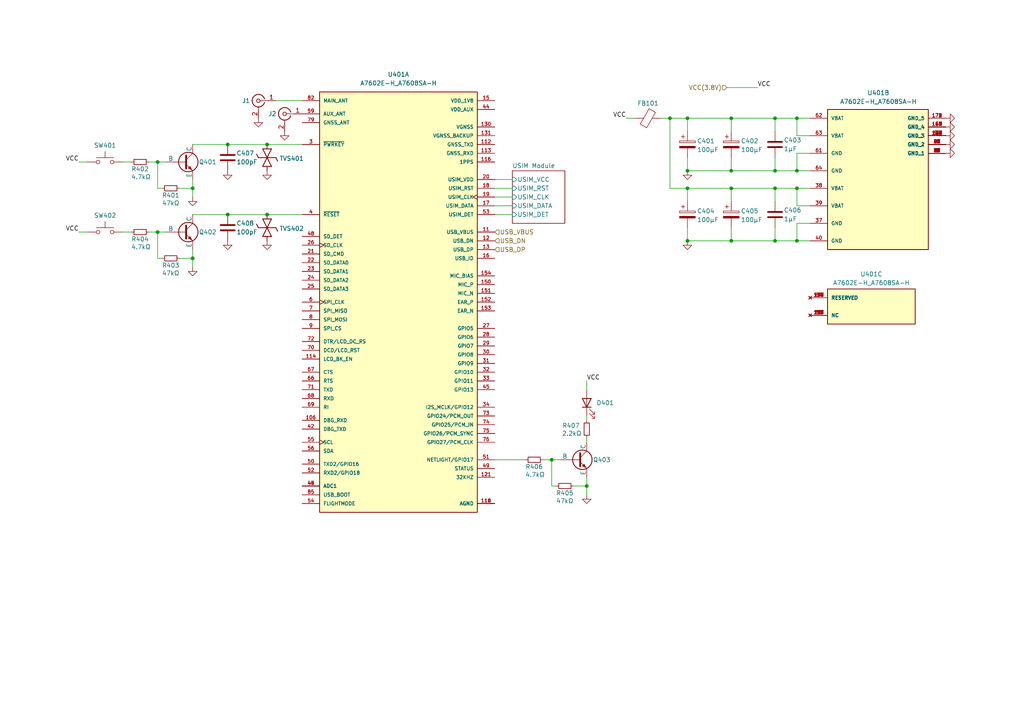
<source format=kicad_sch>
(kicad_sch (version 20231120) (generator "eeschema") (generator_version "8.0")
  (paper "A4")
  (junction (at 170.18 140.97))
  (junction (at 199.39 49.53))
  (junction (at 194.31 34.29))
  (junction (at 231.14 49.53))
  (junction (at 231.14 54.61))
  (junction (at 199.39 54.61))
  (junction (at 212.09 69.85))
  (junction (at 66.04 62.23))
  (junction (at 77.47 62.23))
  (junction (at 45.72 46.99))
  (junction (at 212.09 34.29))
  (junction (at 45.72 67.31))
  (junction (at 224.79 34.29))
  (junction (at 224.79 54.61))
  (junction (at 231.14 34.29))
  (junction (at 199.39 34.29))
  (junction (at 199.39 69.85))
  (junction (at 55.88 74.93))
  (junction (at 77.47 41.91))
  (junction (at 160.02 133.35))
  (junction (at 224.79 69.85))
  (junction (at 66.04 41.91))
  (junction (at 212.09 54.61))
  (junction (at 231.14 69.85))
  (junction (at 55.88 54.61))
  (junction (at 212.09 49.53))
  (junction (at 224.79 49.53))
  (wire (pts (xy 170.18 127) (xy 170.18 128.27)))
  (wire (pts (xy 166.37 140.97) (xy 170.18 140.97)))
  (wire (pts (xy 143.51 62.23) (xy 148.59 62.23)))
  (wire (pts (xy 234.95 64.77) (xy 231.14 64.77)))
  (wire (pts (xy 194.31 54.61) (xy 194.31 34.29)))
  (wire (pts (xy 212.09 34.29) (xy 224.79 34.29)))
  (wire (pts (xy 210.82 25.4) (xy 219.71 25.4)))
  (wire (pts (xy 191.77 34.29) (xy 194.31 34.29)))
  (wire (pts (xy 212.09 45.72) (xy 212.09 49.53)))
  (wire (pts (xy 45.72 74.93) (xy 46.99 74.93)))
  (wire (pts (xy 22.86 46.99) (xy 25.4 46.99)))
  (wire (pts (xy 45.72 67.31) (xy 45.72 74.93)))
  (wire (pts (xy 224.79 45.72) (xy 224.79 49.53)))
  (wire (pts (xy 231.14 64.77) (xy 231.14 69.85)))
  (wire (pts (xy 35.56 46.99) (xy 38.1 46.99)))
  (wire (pts (xy 234.95 34.29) (xy 231.14 34.29)))
  (wire (pts (xy 212.09 54.61) (xy 212.09 58.42)))
  (wire (pts (xy 224.79 34.29) (xy 231.14 34.29)))
  (wire (pts (xy 80.01 29.21) (xy 87.63 29.21)))
  (wire (pts (xy 43.18 46.99) (xy 45.72 46.99)))
  (wire (pts (xy 199.39 66.04) (xy 199.39 69.85)))
  (wire (pts (xy 55.88 54.61) (xy 55.88 57.15)))
  (wire (pts (xy 143.51 59.69) (xy 148.59 59.69)))
  (wire (pts (xy 52.07 74.93) (xy 55.88 74.93)))
  (wire (pts (xy 55.88 52.07) (xy 55.88 54.61)))
  (wire (pts (xy 231.14 59.69) (xy 234.95 59.69)))
  (wire (pts (xy 224.79 54.61) (xy 224.79 58.42)))
  (wire (pts (xy 45.72 67.31) (xy 48.26 67.31)))
  (wire (pts (xy 194.31 34.29) (xy 199.39 34.29)))
  (wire (pts (xy 143.51 57.15) (xy 148.59 57.15)))
  (wire (pts (xy 170.18 140.97) (xy 170.18 143.51)))
  (wire (pts (xy 234.95 54.61) (xy 231.14 54.61)))
  (wire (pts (xy 77.47 41.91) (xy 87.63 41.91)))
  (wire (pts (xy 160.02 140.97) (xy 161.29 140.97)))
  (wire (pts (xy 199.39 45.72) (xy 199.39 49.53)))
  (wire (pts (xy 199.39 49.53) (xy 212.09 49.53)))
  (wire (pts (xy 199.39 54.61) (xy 199.39 58.42)))
  (wire (pts (xy 170.18 120.65) (xy 170.18 121.92)))
  (wire (pts (xy 212.09 34.29) (xy 212.09 38.1)))
  (wire (pts (xy 22.86 67.31) (xy 25.4 67.31)))
  (wire (pts (xy 231.14 54.61) (xy 231.14 59.69)))
  (wire (pts (xy 199.39 34.29) (xy 199.39 38.1)))
  (wire (pts (xy 231.14 69.85) (xy 234.95 69.85)))
  (wire (pts (xy 77.47 62.23) (xy 87.63 62.23)))
  (wire (pts (xy 43.18 67.31) (xy 45.72 67.31)))
  (wire (pts (xy 45.72 46.99) (xy 48.26 46.99)))
  (wire (pts (xy 199.39 69.85) (xy 212.09 69.85)))
  (wire (pts (xy 52.07 54.61) (xy 55.88 54.61)))
  (wire (pts (xy 66.04 62.23) (xy 77.47 62.23)))
  (wire (pts (xy 231.14 34.29) (xy 231.14 39.37)))
  (wire (pts (xy 170.18 110.49) (xy 170.18 113.03)))
  (wire (pts (xy 224.79 34.29) (xy 224.79 38.1)))
  (wire (pts (xy 55.88 62.23) (xy 66.04 62.23)))
  (wire (pts (xy 231.14 39.37) (xy 234.95 39.37)))
  (wire (pts (xy 157.48 133.35) (xy 160.02 133.35)))
  (wire (pts (xy 224.79 69.85) (xy 231.14 69.85)))
  (wire (pts (xy 66.04 41.91) (xy 77.47 41.91)))
  (wire (pts (xy 212.09 49.53) (xy 224.79 49.53)))
  (wire (pts (xy 143.51 54.61) (xy 148.59 54.61)))
  (wire (pts (xy 199.39 54.61) (xy 212.09 54.61)))
  (wire (pts (xy 231.14 49.53) (xy 234.95 49.53)))
  (wire (pts (xy 194.31 54.61) (xy 199.39 54.61)))
  (wire (pts (xy 224.79 66.04) (xy 224.79 69.85)))
  (wire (pts (xy 160.02 133.35) (xy 162.56 133.35)))
  (wire (pts (xy 35.56 67.31) (xy 38.1 67.31)))
  (wire (pts (xy 234.95 44.45) (xy 231.14 44.45)))
  (wire (pts (xy 45.72 54.61) (xy 46.99 54.61)))
  (wire (pts (xy 181.61 34.29) (xy 184.15 34.29)))
  (wire (pts (xy 143.51 133.35) (xy 152.4 133.35)))
  (wire (pts (xy 55.88 72.39) (xy 55.88 74.93)))
  (wire (pts (xy 224.79 54.61) (xy 231.14 54.61)))
  (wire (pts (xy 45.72 46.99) (xy 45.72 54.61)))
  (wire (pts (xy 212.09 54.61) (xy 224.79 54.61)))
  (wire (pts (xy 231.14 44.45) (xy 231.14 49.53)))
  (wire (pts (xy 170.18 138.43) (xy 170.18 140.97)))
  (wire (pts (xy 212.09 66.04) (xy 212.09 69.85)))
  (wire (pts (xy 143.51 52.07) (xy 148.59 52.07)))
  (wire (pts (xy 224.79 49.53) (xy 231.14 49.53)))
  (wire (pts (xy 55.88 74.93) (xy 55.88 77.47)))
  (wire (pts (xy 212.09 69.85) (xy 224.79 69.85)))
  (wire (pts (xy 160.02 133.35) (xy 160.02 140.97)))
  (wire (pts (xy 199.39 34.29) (xy 212.09 34.29)))
  (wire (pts (xy 55.88 41.91) (xy 66.04 41.91)))
  (label "VCC" (at 170.18 110.49 0))
  (label "VCC" (at 219.71 25.4 0))
  (label "VCC" (at 181.61 34.29 180))
  (label "VCC" (at 22.86 46.99 180))
  (label "VCC" (at 22.86 67.31 180))
  (hierarchical_label "USB_DP" (shape input) (at 143.51 72.39 0))
  (hierarchical_label "VCC(3.8V)" (shape input) (at 210.82 25.4 180))
  (hierarchical_label "USB_VBUS" (shape input) (at 143.51 67.31 0))
  (hierarchical_label "USB_DN" (shape input) (at 143.51 69.85 0))
  (symbol (lib_id "Device:C_Polarized") (at 212.09 41.91 0) (unit 1)
    (property "Reference" "C402" (at 214.884 40.894 0) (effects (justify left)))
    (property "Value" "100μF" (at 214.884 43.434 0) (effects (justify left)))
    (property "Description" "Polarized capacitor" (effects (hide yes)))
  )
  (symbol (lib_id "power:GND") (at 77.47 49.53 0) (unit 1)
    (property "Reference" "#PWR034" (effects (hide yes)))
    (property "Value" "GND" (effects (hide yes)))
    (property "Description" "Power symbol creates a global label with name \"GND\" , ground" (effects (hide yes)))
  )
  (symbol (lib_id "Switch:SW_Push") (at 30.48 46.99 0) (unit 1)
    (property "Reference" "SW401" (at 30.48 42.164 0))
    (property "Value" "SW_Push" (effects (hide yes)))
    (property "Description" "Push button switch, generic, two pins" (effects (hide yes)))
  )
  (symbol (lib_id "Device:R_Small") (at 154.94 133.35 90) (unit 1)
    (property "Reference" "R406" (at 154.94 135.382 90))
    (property "Value" "4.7kΩ" (at 155.194 137.668 90))
    (property "Description" "Resistor, small symbol" (effects (hide yes)))
  )
  (symbol (lib_id "power:GND") (at 82.55 38.1 0) (unit 1)
    (property "Reference" "#PWR018" (effects (hide yes)))
    (property "Value" "GND" (effects (hide yes)))
    (property "Description" "Power symbol creates a global label with name \"GND\" , ground" (effects (hide yes)))
  )
  (symbol (lib_id "power:GND") (at 55.88 77.47 0) (unit 1)
    (property "Reference" "#PWR036" (effects (hide yes)))
    (property "Value" "GND" (effects (hide yes)))
    (property "Description" "Power symbol creates a global label with name \"GND\" , ground" (effects (hide yes)))
  )
  (symbol (lib_id "power:GND") (at 74.93 34.29 0) (unit 1)
    (property "Reference" "#PWR017" (effects (hide yes)))
    (property "Value" "GND" (effects (hide yes)))
    (property "Description" "Power symbol creates a global label with name \"GND\" , ground" (effects (hide yes)))
  )
  (symbol (lib_id "Device:R_Small") (at 40.64 67.31 90) (unit 1)
    (property "Reference" "R404" (at 40.64 69.342 90))
    (property "Value" "4.7kΩ" (at 40.894 71.628 90))
    (property "Description" "Resistor, small symbol" (effects (hide yes)))
  )
  (symbol (lib_id "Device:LED") (at 170.18 116.84 90) (unit 1)
    (property "Reference" "D401" (at 172.974 116.84 90) (effects (justify right)))
    (property "Value" "LED" (effects (hide yes)))
    (property "Description" "Light emitting diode" (effects (hide yes)))
  )
  (symbol (lib_id "Simulation_SPICE:NPN") (at 167.64 133.35 0) (unit 1)
    (property "Reference" "Q403" (at 171.958 133.35 0) (effects (justify left)))
    (property "Value" "NPN" (effects (hide yes)))
    (property "Datasheet" "https://ngspice.sourceforge.io/docs/ngspice-html-manual/manual.xhtml#cha_BJTs" (effects (hide yes)))
    (property "Description" "Bipolar transistor symbol for simulation only, substrate tied to the emitter" (effects (hide yes)))
    (property "Sim.Device" "NPN" (effects (hide yes)))
    (property "Sim.Type" "GUMMELPOON" (effects (hide yes)))
    (property "Sim.Pins" "1=C 2=B 3=E" (effects (hide yes)))
  )
  (symbol (lib_id "Device:C_Polarized") (at 199.39 41.91 0) (unit 1)
    (property "Reference" "C401" (at 202.184 40.894 0) (effects (justify left)))
    (property "Value" "100μF" (at 202.184 43.434 0) (effects (justify left)))
    (property "Description" "Polarized capacitor" (effects (hide yes)))
  )
  (symbol (lib_id "power:GND") (at 55.88 57.15 0) (unit 1)
    (property "Reference" "#PWR030" (effects (hide yes)))
    (property "Value" "GND" (effects (hide yes)))
    (property "Description" "Power symbol creates a global label with name \"GND\" , ground" (effects (hide yes)))
  )
  (symbol (lib_id "Device:R_Small") (at 40.64 46.99 90) (unit 1)
    (property "Reference" "R402" (at 40.64 49.022 90))
    (property "Value" "4.7kΩ" (at 40.894 51.308 90))
    (property "Description" "Resistor, small symbol" (effects (hide yes)))
  )
  (symbol (lib_id "power:GND") (at 274.32 41.91 90) (unit 1)
    (property "Reference" "#PWR012" (effects (hide yes)))
    (property "Value" "GND" (effects (hide yes)))
    (property "Description" "Power symbol creates a global label with name \"GND\" , ground" (effects (hide yes)))
  )
  (symbol (lib_name "A7602E-H_A7608SA-H_2") (lib_id "A7602E-H_A7608SA-H:A7602E-H_A7608SA-H") (at 115.57 87.63 0) (unit 1)
    (property "Reference" "U401" (at 115.57 21.59 0))
    (property "Value" "A7602E-H_A7608SA-H" (at 115.57 24.13 0))
    (property "Footprint" "A7602E-H_A7608SA-H:XCVR_A7602E-H_A7608SA-H" (effects (hide yes)))
    (property "MF" "SIMCom" (effects (hide yes)))
    (property "MAXIMUM_PACKAGE_HEIGHT" "2.7mm" (effects (hide yes)))
    (property "Package" "Package" (effects (hide yes)))
    (property "Price" "None" (effects (hide yes)))
    (property "Check_prices" "https://www.snapeda.com/parts/A7602E-H&A7608SA-H/SIMCom/view-part/?ref=eda" (effects (hide yes)))
    (property "STANDARD" "Manufacturer Recommendations" (effects (hide yes)))
    (property "PARTREV" "1.00" (effects (hide yes)))
    (property "SnapEDA_Link" "https://www.snapeda.com/parts/A7602E-H&A7608SA-H/SIMCom/view-part/?ref=snap" (effects (hide yes)))
    (property "MP" "A7602E-H&amp;A7608SA-H" (effects (hide yes)))
    (property "Description_1" "\nLTE Cat 4 module\n" (effects (hide yes)))
    (property "MANUFACTURER" "SIMCom" (effects (hide yes)))
    (property "Availability" "Not in stock" (effects (hide yes)))
    (property "SNAPEDA_PN" "A7602E-H&A7608SA-H" (effects (hide yes)))
  )
  (symbol (lib_id "A7602E-H_A7608SA-H:A7602E-H_A7608SA-H") (at 252.73 88.9 0) (unit 3)
    (property "Reference" "U401" (at 252.73 79.502 0))
    (property "Value" "A7602E-H_A7608SA-H" (at 252.73 82.042 0))
    (property "Footprint" "A7602E-H_A7608SA-H:XCVR_A7602E-H_A7608SA-H" (effects (hide yes)))
    (property "MF" "SIMCom" (effects (hide yes)))
    (property "MAXIMUM_PACKAGE_HEIGHT" "2.7mm" (effects (hide yes)))
    (property "Package" "Package" (effects (hide yes)))
    (property "Price" "None" (effects (hide yes)))
    (property "Check_prices" "https://www.snapeda.com/parts/A7602E-H&A7608SA-H/SIMCom/view-part/?ref=eda" (effects (hide yes)))
    (property "STANDARD" "Manufacturer Recommendations" (effects (hide yes)))
    (property "PARTREV" "1.00" (effects (hide yes)))
    (property "SnapEDA_Link" "https://www.snapeda.com/parts/A7602E-H&A7608SA-H/SIMCom/view-part/?ref=snap" (effects (hide yes)))
    (property "MP" "A7602E-H&amp;A7608SA-H" (effects (hide yes)))
    (property "Description_1" "\nLTE Cat 4 module\n" (effects (hide yes)))
    (property "MANUFACTURER" "SIMCom" (effects (hide yes)))
    (property "Availability" "Not in stock" (effects (hide yes)))
    (property "SNAPEDA_PN" "A7602E-H&A7608SA-H" (effects (hide yes)))
  )
  (symbol (lib_id "power:GND") (at 66.04 69.85 0) (unit 1)
    (property "Reference" "#PWR037" (effects (hide yes)))
    (property "Value" "GND" (effects (hide yes)))
    (property "Description" "Power symbol creates a global label with name \"GND\" , ground" (effects (hide yes)))
  )
  (symbol (lib_id "Device:R_Small") (at 49.53 74.93 90) (unit 1)
    (property "Reference" "R403" (at 49.53 76.962 90))
    (property "Value" "47kΩ" (at 49.53 79.248 90))
    (property "Description" "Resistor, small symbol" (effects (hide yes)))
  )
  (symbol (lib_id "power:GND") (at 274.32 44.45 90) (unit 1)
    (property "Reference" "#PWR013" (effects (hide yes)))
    (property "Value" "GND" (effects (hide yes)))
    (property "Description" "Power symbol creates a global label with name \"GND\" , ground" (effects (hide yes)))
  )
  (symbol (lib_id "PESD4V0Y1BSFYL:PESD4V0Y1BSFYL") (at 77.47 35.56 270) (unit 1)
    (property "Reference" "TVS401" (at 81.026 45.974 90) (effects (justify left)))
    (property "Value" "PESD4V0Y1BSFYL" (effects (hide yes)))
    (property "Footprint" "PMEG3005AESFYL" (effects (hide yes)))
    (property "Datasheet" "https://assets.nexperia.com/documents/data-sheet/PESD4V0Y1BSF.pdf" (effects (hide yes)))
    (property "Description" "PESD4V0Y1BSF - Extremely low capacitance bidirectional ESD protection diode" (effects (hide yes)))
    (property "Manufacturer_Name" "Nexperia" (effects (hide yes)))
    (property "Manufacturer_Part_Number" "PESD4V0Y1BSFYL" (effects (hide yes)))
    (property "Mouser Part Number" "771-PESD4V0Y1BSFYL" (effects (hide yes)))
    (property "Mouser Price/Stock" "https://www.mouser.co.uk/ProductDetail/Nexperia/PESD4V0Y1BSFYL?qs=MLItCLRbWswEi%2FrfWj%2FeRw%3D%3D" (effects (hide yes)))
    (property "Arrow Part Number" "PESD4V0Y1BSFYL" (effects (hide yes)))
    (property "Arrow Price/Stock" "https://www.arrow.com/en/products/pesd4v0y1bsfyl/nexperia" (effects (hide yes)))
  )
  (symbol (lib_id "Device:FerriteBead") (at 187.96 34.29 90) (unit 1)
    (property "Reference" "FB101" (at 187.96 29.972 90))
    (property "Value" "FerriteBead" (effects (hide yes)))
    (property "Description" "Ferrite bead" (effects (hide yes)))
  )
  (symbol (lib_id "Switch:SW_Push") (at 30.48 67.31 0) (unit 1)
    (property "Reference" "SW402" (at 30.48 62.484 0))
    (property "Value" "SW_Push" (effects (hide yes)))
    (property "Description" "Push button switch, generic, two pins" (effects (hide yes)))
  )
  (symbol (lib_id "Device:C") (at 66.04 45.72 0) (unit 1)
    (property "Reference" "C407" (at 68.58 44.45 0) (effects (justify left)))
    (property "Value" "100pF" (at 68.58 46.9901 0) (effects (justify left)))
    (property "Description" "Unpolarized capacitor" (effects (hide yes)))
  )
  (symbol (lib_id "Device:C") (at 224.79 41.91 0) (unit 1)
    (property "Reference" "C403" (at 227.33 40.64 0) (effects (justify left)))
    (property "Value" "1μF" (at 227.33 43.18 0) (effects (justify left)))
    (property "Description" "Unpolarized capacitor" (effects (hide yes)))
  )
  (symbol (lib_id "Connector:Conn_Coaxial") (at 74.93 29.21 0) (mirror y) (unit 1)
    (property "Reference" "J1" (at 71.374 29.21 0))
    (property "Value" "Conn_Coaxial" (effects (hide yes)))
    (property "Description" "coaxial connector (BNC, SMA, SMB, SMC, Cinch/RCA, LEMO, ...)" (effects (hide yes)))
  )
  (symbol (lib_id "Device:C") (at 224.79 62.23 0) (unit 1)
    (property "Reference" "C406" (at 227.33 60.96 0) (effects (justify left)))
    (property "Value" "1μF" (at 227.33 63.5 0) (effects (justify left)))
    (property "Description" "Unpolarized capacitor" (effects (hide yes)))
  )
  (symbol (lib_id "PESD4V0Y1BSFYL:PESD4V0Y1BSFYL") (at 77.47 55.88 270) (unit 1)
    (property "Reference" "TVS402" (at 81.026 66.294 90) (effects (justify left)))
    (property "Value" "PESD4V0Y1BSFYL" (effects (hide yes)))
    (property "Footprint" "PMEG3005AESFYL" (effects (hide yes)))
    (property "Datasheet" "https://assets.nexperia.com/documents/data-sheet/PESD4V0Y1BSF.pdf" (effects (hide yes)))
    (property "Description" "PESD4V0Y1BSF - Extremely low capacitance bidirectional ESD protection diode" (effects (hide yes)))
    (property "Manufacturer_Name" "Nexperia" (effects (hide yes)))
    (property "Manufacturer_Part_Number" "PESD4V0Y1BSFYL" (effects (hide yes)))
    (property "Mouser Part Number" "771-PESD4V0Y1BSFYL" (effects (hide yes)))
    (property "Mouser Price/Stock" "https://www.mouser.co.uk/ProductDetail/Nexperia/PESD4V0Y1BSFYL?qs=MLItCLRbWswEi%2FrfWj%2FeRw%3D%3D" (effects (hide yes)))
    (property "Arrow Part Number" "PESD4V0Y1BSFYL" (effects (hide yes)))
    (property "Arrow Price/Stock" "https://www.arrow.com/en/products/pesd4v0y1bsfyl/nexperia" (effects (hide yes)))
  )
  (symbol (lib_id "Simulation_SPICE:NPN") (at 53.34 46.99 0) (unit 1)
    (property "Reference" "Q401" (at 57.658 46.99 0) (effects (justify left)))
    (property "Value" "NPN" (effects (hide yes)))
    (property "Datasheet" "https://ngspice.sourceforge.io/docs/ngspice-html-manual/manual.xhtml#cha_BJTs" (effects (hide yes)))
    (property "Description" "Bipolar transistor symbol for simulation only, substrate tied to the emitter" (effects (hide yes)))
    (property "Sim.Device" "NPN" (effects (hide yes)))
    (property "Sim.Type" "GUMMELPOON" (effects (hide yes)))
    (property "Sim.Pins" "1=C 2=B 3=E" (effects (hide yes)))
  )
  (symbol (lib_id "power:GND") (at 170.18 143.51 0) (unit 1)
    (property "Reference" "#PWR039" (effects (hide yes)))
    (property "Value" "GND" (effects (hide yes)))
    (property "Description" "Power symbol creates a global label with name \"GND\" , ground" (effects (hide yes)))
  )
  (symbol (lib_id "Connector:Conn_Coaxial") (at 82.55 33.02 0) (mirror y) (unit 1)
    (property "Reference" "J2" (at 78.994 33.02 0))
    (property "Value" "Conn_Coaxial" (effects (hide yes)))
    (property "Description" "coaxial connector (BNC, SMA, SMB, SMC, Cinch/RCA, LEMO, ...)" (effects (hide yes)))
  )
  (symbol (lib_id "power:GND") (at 77.47 69.85 0) (unit 1)
    (property "Reference" "#PWR038" (effects (hide yes)))
    (property "Value" "GND" (effects (hide yes)))
    (property "Description" "Power symbol creates a global label with name \"GND\" , ground" (effects (hide yes)))
  )
  (symbol (lib_id "power:GND") (at 199.39 69.85 0) (unit 1)
    (property "Reference" "#PWR016" (effects (hide yes)))
    (property "Value" "GND" (effects (hide yes)))
    (property "Description" "Power symbol creates a global label with name \"GND\" , ground" (effects (hide yes)))
  )
  (symbol (lib_id "Device:C") (at 66.04 66.04 0) (unit 1)
    (property "Reference" "C408" (at 68.58 64.77 0) (effects (justify left)))
    (property "Value" "100pF" (at 68.58 67.3101 0) (effects (justify left)))
    (property "Description" "Unpolarized capacitor" (effects (hide yes)))
  )
  (symbol (lib_id "power:GND") (at 274.32 39.37 90) (unit 1)
    (property "Reference" "#PWR011" (effects (hide yes)))
    (property "Value" "GND" (effects (hide yes)))
    (property "Description" "Power symbol creates a global label with name \"GND\" , ground" (effects (hide yes)))
  )
  (symbol (lib_id "power:GND") (at 274.32 34.29 90) (unit 1)
    (property "Reference" "#PWR09" (effects (hide yes)))
    (property "Value" "GND" (effects (hide yes)))
    (property "Description" "Power symbol creates a global label with name \"GND\" , ground" (effects (hide yes)))
  )
  (symbol (lib_id "Device:R_Small") (at 170.18 124.46 180) (unit 1)
    (property "Reference" "R407" (at 165.608 123.444 0))
    (property "Value" "2.2kΩ" (at 165.862 125.73 0))
    (property "Description" "Resistor, small symbol" (effects (hide yes)))
  )
  (symbol (lib_name "A7602E-H_A7608SA-H_1") (lib_id "A7602E-H_A7608SA-H:A7602E-H_A7608SA-H") (at 252.73 41.91 0) (mirror y) (unit 2)
    (property "Reference" "U401" (at 254.762 26.924 0))
    (property "Value" "A7602E-H_A7608SA-H" (at 254.762 29.464 0))
    (property "Footprint" "A7602E-H_A7608SA-H:XCVR_A7602E-H_A7608SA-H" (effects (hide yes)))
    (property "MF" "SIMCom" (effects (hide yes)))
    (property "MAXIMUM_PACKAGE_HEIGHT" "2.7mm" (effects (hide yes)))
    (property "Package" "Package" (effects (hide yes)))
    (property "Price" "None" (effects (hide yes)))
    (property "Check_prices" "https://www.snapeda.com/parts/A7602E-H&A7608SA-H/SIMCom/view-part/?ref=eda" (effects (hide yes)))
    (property "STANDARD" "Manufacturer Recommendations" (effects (hide yes)))
    (property "PARTREV" "1.00" (effects (hide yes)))
    (property "SnapEDA_Link" "https://www.snapeda.com/parts/A7602E-H&A7608SA-H/SIMCom/view-part/?ref=snap" (effects (hide yes)))
    (property "MP" "A7602E-H&amp;A7608SA-H" (effects (hide yes)))
    (property "Description_1" "\nLTE Cat 4 module\n" (effects (hide yes)))
    (property "MANUFACTURER" "SIMCom" (effects (hide yes)))
    (property "Availability" "Not in stock" (effects (hide yes)))
    (property "SNAPEDA_PN" "A7602E-H&A7608SA-H" (effects (hide yes)))
  )
  (symbol (lib_id "Simulation_SPICE:NPN") (at 53.34 67.31 0) (unit 1)
    (property "Reference" "Q402" (at 57.658 67.31 0) (effects (justify left)))
    (property "Value" "NPN" (effects (hide yes)))
    (property "Datasheet" "https://ngspice.sourceforge.io/docs/ngspice-html-manual/manual.xhtml#cha_BJTs" (effects (hide yes)))
    (property "Description" "Bipolar transistor symbol for simulation only, substrate tied to the emitter" (effects (hide yes)))
    (property "Sim.Device" "NPN" (effects (hide yes)))
    (property "Sim.Type" "GUMMELPOON" (effects (hide yes)))
    (property "Sim.Pins" "1=C 2=B 3=E" (effects (hide yes)))
  )
  (symbol (lib_id "power:GND") (at 199.39 49.53 0) (unit 1)
    (property "Reference" "#PWR015" (effects (hide yes)))
    (property "Value" "GND" (effects (hide yes)))
    (property "Description" "Power symbol creates a global label with name \"GND\" , ground" (effects (hide yes)))
  )
  (symbol (lib_id "Device:R_Small") (at 163.83 140.97 90) (unit 1)
    (property "Reference" "R405" (at 163.83 143.002 90))
    (property "Value" "47kΩ" (at 163.83 145.288 90))
    (property "Description" "Resistor, small symbol" (effects (hide yes)))
  )
  (symbol (lib_id "Device:R_Small") (at 49.53 54.61 90) (unit 1)
    (property "Reference" "R401" (at 49.53 56.642 90))
    (property "Value" "47kΩ" (at 49.53 58.928 90))
    (property "Description" "Resistor, small symbol" (effects (hide yes)))
  )
  (symbol (lib_id "power:GND") (at 66.04 49.53 0) (unit 1)
    (property "Reference" "#PWR035" (effects (hide yes)))
    (property "Value" "GND" (effects (hide yes)))
    (property "Description" "Power symbol creates a global label with name \"GND\" , ground" (effects (hide yes)))
  )
  (symbol (lib_id "Device:C_Polarized") (at 212.09 62.23 0) (unit 1)
    (property "Reference" "C405" (at 214.884 61.214 0) (effects (justify left)))
    (property "Value" "100μF" (at 214.884 63.754 0) (effects (justify left)))
    (property "Description" "Polarized capacitor" (effects (hide yes)))
  )
  (symbol (lib_id "power:GND") (at 274.32 36.83 90) (unit 1)
    (property "Reference" "#PWR010" (effects (hide yes)))
    (property "Value" "GND" (effects (hide yes)))
    (property "Description" "Power symbol creates a global label with name \"GND\" , ground" (effects (hide yes)))
  )
  (symbol (lib_id "Device:C_Polarized") (at 199.39 62.23 0) (unit 1)
    (property "Reference" "C404" (at 202.184 61.214 0) (effects (justify left)))
    (property "Value" "100μF" (at 202.184 63.754 0) (effects (justify left)))
    (property "Description" "Polarized capacitor" (effects (hide yes)))
  )
  (sheet (at 148.59 49.53) (size 15.24 15.24) (stroke (width 0.1524))
    (property "Sheetname" "USIM Module" (at 148.59 48.8184 0) (effects (justify left bottom)))
    (property "Sheetfile" "usim_module.kicad_sch" (effects (hide yes)))
    (pin "USIM_VCC" input (at 148.59 52.07 180))
    (pin "USIM_CLK" input (at 148.59 57.15 180))
    (pin "USIM_DATA" input (at 148.59 59.69 180))
    (pin "USIM_DET" input (at 148.59 62.23 180))
    (pin "USIM_RST" input (at 148.59 54.61 180))
  )
)
</source>
